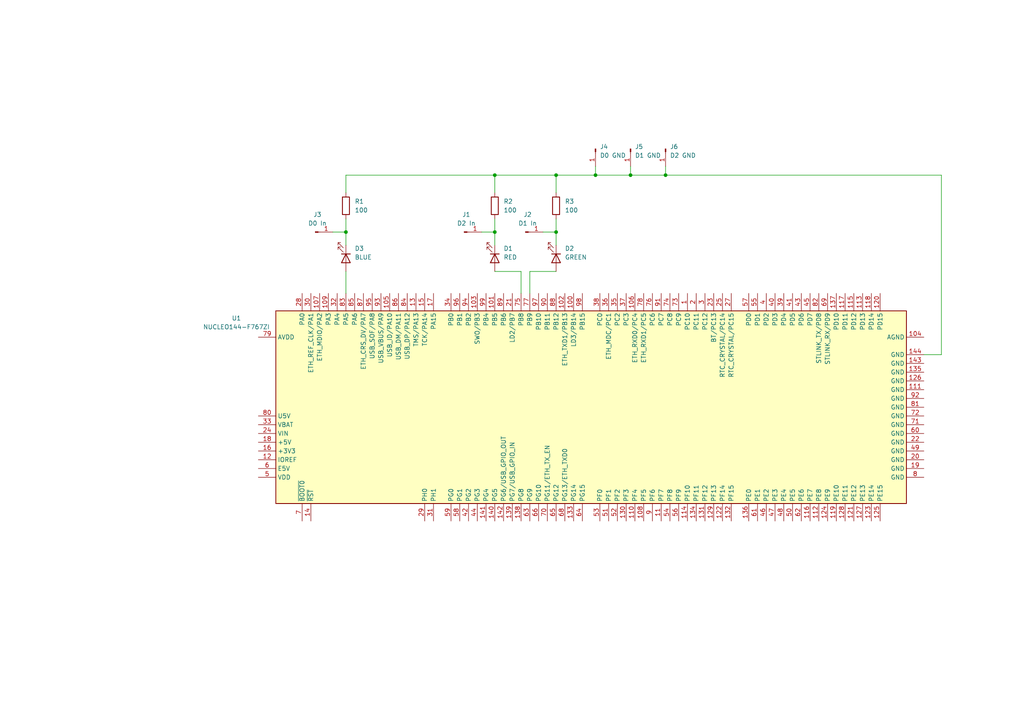
<source format=kicad_sch>
(kicad_sch (version 20231120) (generator "eeschema") (generator_version "8.0")
  (paper "A4")
  (lib_symbols
    (symbol "Connector:Conn_01x01_Pin" (pin_names (offset 1.016) hide)
      (property "Reference" "J" (at 0 2.54 0))
      (property "Value" "Conn_01x01_Pin" (at 0 -2.54 0))
      (symbol "Conn_01x01_Pin_1_1"
        (polyline (pts (xy 1.27 0) (xy 0.8636 0)) (stroke (width 0.1524)))
        (rectangle (start 0.8636 0.127) (end 0 -0.127) (stroke (width 0.1524)) (fill (type outline)))
        (pin passive line (at 5.08 0 180) (length 3.81) (name "Pin_1") (number "1"))
      )
    )
    (symbol "Device:LED" (pin_numbers hide) (pin_names (offset 1.016) hide)
      (property "Reference" "D" (at 0 2.54 0))
      (property "Value" "LED" (at 0 -2.54 0))
      (symbol "LED_0_1"
        (polyline (pts (xy -1.27 -1.27) (xy -1.27 1.27)) (stroke (width 0.254)))
        (polyline (pts (xy -1.27 0) (xy 1.27 0)))
        (polyline (pts (xy 1.27 -1.27) (xy 1.27 1.27) (xy -1.27 0) (xy 1.27 -1.27)) (stroke (width 0.254)))
        (polyline (pts (xy -3.048 -0.762) (xy -4.572 -2.286) (xy -3.81 -2.286) (xy -4.572 -2.286) (xy -4.572 -1.524)))
        (polyline (pts (xy -1.778 -0.762) (xy -3.302 -2.286) (xy -2.54 -2.286) (xy -3.302 -2.286) (xy -3.302 -1.524)))
      )
      (symbol "LED_1_1"
        (pin passive line (at -3.81 0 0) (length 2.54) (name "K") (number "1"))
        (pin passive line (at 3.81 0 180) (length 2.54) (name "A") (number "2"))
      )
    )
    (symbol "Device:R" (pin_numbers hide) (pin_names (offset 0))
      (property "Reference" "R" (at 2.032 0 90))
      (property "Value" "R" (at 0 0 90))
      (symbol "R_0_1"
        (rectangle (start -1.016 -2.54) (end 1.016 2.54) (stroke (width 0.254)))
      )
      (symbol "R_1_1"
        (pin passive line (at 0 3.81 270) (length 1.27) (name "~") (number "1"))
        (pin passive line (at 0 -3.81 90) (length 1.27) (name "~") (number "2"))
      )
    )
    (symbol "MCU_Module:NUCLEO144-F767ZI"
      (property "Reference" "U" (at -22.86 94.615 0))
      (property "Value" "NUCLEO144-F767ZI" (at -22.86 92.71 0))
      (symbol "NUCLEO144-F767ZI_0_1"
        (rectangle (start -27.94 -91.44) (end 27.94 91.44) (stroke (width 0.254)) (fill (type background)))
      )
      (symbol "NUCLEO144-F767ZI_1_1"
        (pin bidirectional line (at 33.02 -27.94 180) (length 5.08) (name "PC10") (number "1"))
        (pin no_connect line (at -27.94 55.88 0) (length 5.08) hide (name "NC") (number "10"))
        (pin bidirectional line (at 33.02 5.08 180) (length 5.08) (name "LD3/PB14") (number "100"))
        (pin bidirectional line (at 33.02 27.94 180) (length 5.08) (name "PB5") (number "101"))
        (pin bidirectional line (at 33.02 7.62 180) (length 5.08) (name "ETH_TXD1/PB13") (number "102"))
        (pin bidirectional line (at 33.02 33.02 180) (length 5.08) (name "SWO/PB3") (number "103"))
        (pin power_in line (at 20.32 -96.52 90) (length 5.08) (name "AGND") (number "104"))
        (pin bidirectional line (at 33.02 58.42 180) (length 5.08) (name "USB_ID/PA10") (number "105"))
        (pin bidirectional line (at 33.02 -12.7 180) (length 5.08) (name "ETH_RXD0/PC4") (number "106"))
        (pin bidirectional line (at 33.02 78.74 180) (length 5.08) (name "ETH_MDIO/PA2") (number "107"))
        (pin bidirectional line (at -33.02 -15.24 0) (length 5.08) (name "PF5") (number "108"))
        (pin bidirectional line (at 33.02 76.2 180) (length 5.08) (name "PA3") (number "109"))
        (pin bidirectional line (at -33.02 -20.32 0) (length 5.08) (name "PF7") (number "11"))
        (pin bidirectional line (at -33.02 -12.7 0) (length 5.08) (name "PF4") (number "110"))
        (pin power_in line (at 5.08 -96.52 90) (length 5.08) (name "GND") (number "111"))
        (pin bidirectional line (at -33.02 -66.04 0) (length 5.08) (name "PE8") (number "112"))
        (pin bidirectional line (at 33.02 -78.74 180) (length 5.08) (name "PD13") (number "113"))
        (pin bidirectional line (at -33.02 -27.94 0) (length 5.08) (name "PF10") (number "114"))
        (pin bidirectional line (at 33.02 -76.2 180) (length 5.08) (name "PD12") (number "115"))
        (pin bidirectional line (at -33.02 -63.5 0) (length 5.08) (name "PE7") (number "116"))
        (pin bidirectional line (at 33.02 -73.66 180) (length 5.08) (name "PD11") (number "117"))
        (pin bidirectional line (at 33.02 -81.28 180) (length 5.08) (name "PD14") (number "118"))
        (pin bidirectional line (at -33.02 -71.12 0) (length 5.08) (name "PE10") (number "119"))
        (pin power_in line (at -15.24 96.52 270) (length 5.08) (name "IOREF") (number "12"))
        (pin bidirectional line (at 33.02 -83.82 180) (length 5.08) (name "PD15") (number "120"))
        (pin bidirectional line (at -33.02 -76.2 0) (length 5.08) (name "PE12") (number "121"))
        (pin bidirectional line (at -33.02 -38.1 0) (length 5.08) (name "PF14") (number "122"))
        (pin bidirectional line (at -33.02 -81.28 0) (length 5.08) (name "PE14") (number "123"))
        (pin bidirectional line (at -33.02 -68.58 0) (length 5.08) (name "PE9") (number "124"))
        (pin bidirectional line (at -33.02 -83.82 0) (length 5.08) (name "PE15") (number "125"))
        (pin power_in line (at 7.62 -96.52 90) (length 5.08) (name "GND") (number "126"))
        (pin bidirectional line (at -33.02 -78.74 0) (length 5.08) (name "PE13") (number "127"))
        (pin bidirectional line (at -33.02 -73.66 0) (length 5.08) (name "PE11") (number "128"))
        (pin bidirectional line (at -33.02 -35.56 0) (length 5.08) (name "PF13") (number "129"))
        (pin bidirectional line (at 33.02 50.8 180) (length 5.08) (name "TMS/PA13") (number "13"))
        (pin bidirectional line (at -33.02 -10.16 0) (length 5.08) (name "PF3") (number "130"))
        (pin bidirectional line (at -33.02 -33.02 0) (length 5.08) (name "PF12") (number "131"))
        (pin bidirectional line (at -33.02 -40.64 0) (length 5.08) (name "PF15") (number "132"))
        (pin bidirectional line (at -33.02 5.08 0) (length 5.08) (name "PG14") (number "133"))
        (pin bidirectional line (at -33.02 -30.48 0) (length 5.08) (name "PF11") (number "134"))
        (pin power_in line (at 10.16 -96.52 90) (length 5.08) (name "GND") (number "135"))
        (pin bidirectional line (at -33.02 -45.72 0) (length 5.08) (name "PE0") (number "136"))
        (pin bidirectional line (at 33.02 -71.12 180) (length 5.08) (name "PD10") (number "137"))
        (pin bidirectional line (at -33.02 20.32 0) (length 5.08) (name "PG8") (number "138"))
        (pin bidirectional line (at -33.02 22.86 0) (length 5.08) (name "PG7/USB_GPIO_IN") (number "139"))
        (pin input line (at -33.02 81.28 0) (length 5.08) (name "~{RST}") (number "14"))
        (pin bidirectional line (at -33.02 27.94 0) (length 5.08) (name "PG5") (number "140"))
        (pin bidirectional line (at -33.02 30.48 0) (length 5.08) (name "PG4") (number "141"))
        (pin bidirectional line (at -33.02 25.4 0) (length 5.08) (name "PG6/USB_GPIO_OUT") (number "142"))
        (pin power_in line (at 12.7 -96.52 90) (length 5.08) (name "GND") (number "143"))
        (pin power_in line (at 15.24 -96.52 90) (length 5.08) (name "GND") (number "144"))
        (pin bidirectional line (at 33.02 48.26 180) (length 5.08) (name "TCK/PA14") (number "15"))
        (pin power_in line (at -12.7 96.52 270) (length 5.08) (name "+3V3") (number "16"))
        (pin bidirectional line (at 33.02 45.72 180) (length 5.08) (name "PA15") (number "17"))
        (pin power_in line (at -10.16 96.52 270) (length 5.08) (name "+5V") (number "18"))
        (pin power_in line (at -17.78 -96.52 90) (length 5.08) (name "GND") (number "19"))
        (pin bidirectional line (at 33.02 -30.48 180) (length 5.08) (name "PC11") (number "2"))
        (pin power_in line (at -15.24 -96.52 90) (length 5.08) (name "GND") (number "20"))
        (pin bidirectional line (at 33.02 22.86 180) (length 5.08) (name "LD2/PB7") (number "21"))
        (pin power_in line (at -10.16 -96.52 90) (length 5.08) (name "GND") (number "22"))
        (pin bidirectional line (at 33.02 -35.56 180) (length 5.08) (name "BT/PC13") (number "23"))
        (pin power_in line (at -7.62 96.52 270) (length 5.08) (name "VIN") (number "24"))
        (pin bidirectional line (at 33.02 -38.1 180) (length 5.08) (name "RTC_CRYSTAL/PC14") (number "25"))
        (pin no_connect line (at -27.94 58.42 0) (length 5.08) hide (name "NC") (number "26"))
        (pin bidirectional line (at 33.02 -40.64 180) (length 5.08) (name "RTC_CRYSTAL/PC15") (number "27"))
        (pin bidirectional line (at 33.02 83.82 180) (length 5.08) (name "PA0") (number "28"))
        (pin bidirectional line (at -33.02 48.26 0) (length 5.08) (name "PH0") (number "29"))
        (pin bidirectional line (at 33.02 -33.02 180) (length 5.08) (name "PC12") (number "3"))
        (pin bidirectional line (at 33.02 81.28 180) (length 5.08) (name "ETH_REF_CLK/PA1") (number "30"))
        (pin bidirectional line (at -33.02 45.72 0) (length 5.08) (name "PH1") (number "31"))
        (pin bidirectional line (at 33.02 73.66 180) (length 5.08) (name "PA4") (number "32"))
        (pin power_in line (at -5.08 96.52 270) (length 5.08) (name "VBAT") (number "33"))
        (pin bidirectional line (at 33.02 40.64 180) (length 5.08) (name "PB0") (number "34"))
        (pin bidirectional line (at 33.02 -7.62 180) (length 5.08) (name "PC2") (number "35"))
        (pin bidirectional line (at 33.02 -5.08 180) (length 5.08) (name "ETH_MDC/PC1") (number "36"))
        (pin bidirectional line (at 33.02 -10.16 180) (length 5.08) (name "PC3") (number "37"))
        (pin bidirectional line (at 33.02 -2.54 180) (length 5.08) (name "PC0") (number "38"))
        (pin bidirectional line (at 33.02 -55.88 180) (length 5.08) (name "PD4") (number "39"))
        (pin bidirectional line (at 33.02 -50.8 180) (length 5.08) (name "PD2") (number "4"))
        (pin bidirectional line (at 33.02 -53.34 180) (length 5.08) (name "PD3") (number "40"))
        (pin bidirectional line (at 33.02 -58.42 180) (length 5.08) (name "PD5") (number "41"))
        (pin bidirectional line (at -33.02 35.56 0) (length 5.08) (name "PG2") (number "42"))
        (pin bidirectional line (at 33.02 -60.96 180) (length 5.08) (name "PD6") (number "43"))
        (pin bidirectional line (at -33.02 33.02 0) (length 5.08) (name "PG3") (number "44"))
        (pin bidirectional line (at 33.02 -63.5 180) (length 5.08) (name "PD7") (number "45"))
        (pin bidirectional line (at -33.02 -50.8 0) (length 5.08) (name "PE2") (number "46"))
        (pin bidirectional line (at -33.02 -53.34 0) (length 5.08) (name "PE3") (number "47"))
        (pin bidirectional line (at -33.02 -55.88 0) (length 5.08) (name "PE4") (number "48"))
        (pin power_in line (at -12.7 -96.52 90) (length 5.08) (name "GND") (number "49"))
        (pin power_in line (at -20.32 96.52 270) (length 5.08) (name "VDD") (number "5"))
        (pin bidirectional line (at -33.02 -58.42 0) (length 5.08) (name "PE5") (number "50"))
        (pin bidirectional line (at -33.02 -5.08 0) (length 5.08) (name "PF1") (number "51"))
        (pin bidirectional line (at -33.02 -7.62 0) (length 5.08) (name "PF2") (number "52"))
        (pin bidirectional line (at -33.02 -2.54 0) (length 5.08) (name "PF0") (number "53"))
        (pin bidirectional line (at -33.02 -22.86 0) (length 5.08) (name "PF8") (number "54"))
        (pin bidirectional line (at 33.02 -48.26 180) (length 5.08) (name "PD1") (number "55"))
        (pin bidirectional line (at -33.02 -25.4 0) (length 5.08) (name "PF9") (number "56"))
        (pin bidirectional line (at 33.02 -45.72 180) (length 5.08) (name "PD0") (number "57"))
        (pin bidirectional line (at -33.02 38.1 0) (length 5.08) (name "PG1") (number "58"))
        (pin bidirectional line (at -33.02 40.64 0) (length 5.08) (name "PG0") (number "59"))
        (pin power_in line (at -17.78 96.52 270) (length 5.08) (name "E5V") (number "6"))
        (pin power_in line (at -7.62 -96.52 90) (length 5.08) (name "GND") (number "60"))
        (pin bidirectional line (at -33.02 -48.26 0) (length 5.08) (name "PE1") (number "61"))
        (pin bidirectional line (at -33.02 -60.96 0) (length 5.08) (name "PE6") (number "62"))
        (pin bidirectional line (at -33.02 17.78 0) (length 5.08) (name "PG9") (number "63"))
        (pin bidirectional line (at -33.02 2.54 0) (length 5.08) (name "PG15") (number "64"))
        (pin bidirectional line (at -33.02 10.16 0) (length 5.08) (name "PG12") (number "65"))
        (pin bidirectional line (at -33.02 15.24 0) (length 5.08) (name "PG10") (number "66"))
        (pin no_connect line (at -27.94 53.34 0) (length 5.08) hide (name "NC") (number "67"))
        (pin bidirectional line (at -33.02 7.62 0) (length 5.08) (name "PG13/ETH_TXD0") (number "68"))
        (pin bidirectional line (at 33.02 -68.58 180) (length 5.08) (name "STLINK_RX/PD9") (number "69"))
        (pin input line (at -33.02 83.82 0) (length 5.08) (name "~{BOOT0}") (number "7"))
        (pin bidirectional line (at -33.02 12.7 0) (length 5.08) (name "PG11/ETH_TX_EN") (number "70"))
        (pin power_in line (at -5.08 -96.52 90) (length 5.08) (name "GND") (number "71"))
        (pin power_in line (at -2.54 -96.52 90) (length 5.08) (name "GND") (number "72"))
        (pin bidirectional line (at 33.02 -25.4 180) (length 5.08) (name "PC9") (number "73"))
        (pin bidirectional line (at 33.02 -22.86 180) (length 5.08) (name "PC8") (number "74"))
        (pin bidirectional line (at 33.02 20.32 180) (length 5.08) (name "PB8") (number "75"))
        (pin bidirectional line (at 33.02 -17.78 180) (length 5.08) (name "PC6") (number "76"))
        (pin bidirectional line (at 33.02 17.78 180) (length 5.08) (name "PB9") (number "77"))
        (pin bidirectional line (at 33.02 -15.24 180) (length 5.08) (name "ETH_RXD1/PC5") (number "78"))
        (pin power_in line (at 20.32 96.52 270) (length 5.08) (name "AVDD") (number "79"))
        (pin power_in line (at -20.32 -96.52 90) (length 5.08) (name "GND") (number "8"))
        (pin power_in line (at -2.54 96.52 270) (length 5.08) (name "U5V") (number "80"))
        (pin power_in line (at 0 -96.52 90) (length 5.08) (name "GND") (number "81"))
        (pin bidirectional line (at 33.02 -66.04 180) (length 5.08) (name "STLINK_TX/PD8") (number "82"))
        (pin bidirectional line (at 33.02 71.12 180) (length 5.08) (name "PA5") (number "83"))
        (pin bidirectional line (at 33.02 53.34 180) (length 5.08) (name "USB_DP/PA12") (number "84"))
        (pin bidirectional line (at 33.02 68.58 180) (length 5.08) (name "PA6") (number "85"))
        (pin bidirectional line (at 33.02 55.88 180) (length 5.08) (name "USB_DM/PA11") (number "86"))
        (pin bidirectional line (at 33.02 66.04 180) (length 5.08) (name "ETH_CRS_DV/PA7") (number "87"))
        (pin bidirectional line (at 33.02 10.16 180) (length 5.08) (name "PB12") (number "88"))
        (pin bidirectional line (at 33.02 25.4 180) (length 5.08) (name "PB6") (number "89"))
        (pin bidirectional line (at -33.02 -17.78 0) (length 5.08) (name "PF6") (number "9"))
        (pin bidirectional line (at 33.02 12.7 180) (length 5.08) (name "PB11") (number "90"))
        (pin bidirectional line (at 33.02 -20.32 180) (length 5.08) (name "PC7") (number "91"))
        (pin power_in line (at 2.54 -96.52 90) (length 5.08) (name "GND") (number "92"))
        (pin bidirectional line (at 33.02 60.96 180) (length 5.08) (name "USB_VBUS/PA9") (number "93"))
        (pin bidirectional line (at 33.02 35.56 180) (length 5.08) (name "PB2") (number "94"))
        (pin bidirectional line (at 33.02 63.5 180) (length 5.08) (name "USB_SOF/PA8") (number "95"))
        (pin bidirectional line (at 33.02 38.1 180) (length 5.08) (name "PB1") (number "96"))
        (pin bidirectional line (at 33.02 15.24 180) (length 5.08) (name "PB10") (number "97"))
        (pin bidirectional line (at 33.02 2.54 180) (length 5.08) (name "PB15") (number "98"))
        (pin bidirectional line (at 33.02 30.48 180) (length 5.08) (name "PB4") (number "99"))
      )
    )
  )
  (junction (at 182.88 50.8))
  (junction (at 161.29 50.8))
  (junction (at 172.72 50.8))
  (junction (at 161.29 67.31))
  (junction (at 143.51 67.31))
  (junction (at 100.33 67.31))
  (junction (at 143.51 50.8))
  (junction (at 193.04 50.8))
  (wire (pts (xy 143.51 67.31) (xy 143.51 71.12)))
  (wire (pts (xy 273.05 102.87) (xy 267.97 102.87)))
  (wire (pts (xy 100.33 55.88) (xy 100.33 50.8)))
  (wire (pts (xy 143.51 63.5) (xy 143.51 67.31)))
  (wire (pts (xy 182.88 48.26) (xy 182.88 50.8)))
  (wire (pts (xy 161.29 67.31) (xy 161.29 71.12)))
  (wire (pts (xy 100.33 63.5) (xy 100.33 67.31)))
  (wire (pts (xy 153.67 85.09) (xy 153.67 78.74)))
  (wire (pts (xy 153.67 78.74) (xy 161.29 78.74)))
  (wire (pts (xy 100.33 67.31) (xy 100.33 71.12)))
  (wire (pts (xy 193.04 48.26) (xy 193.04 50.8)))
  (wire (pts (xy 139.7 67.31) (xy 143.51 67.31)))
  (wire (pts (xy 182.88 50.8) (xy 193.04 50.8)))
  (wire (pts (xy 157.48 67.31) (xy 161.29 67.31)))
  (wire (pts (xy 96.52 67.31) (xy 100.33 67.31)))
  (wire (pts (xy 151.13 78.74) (xy 143.51 78.74)))
  (wire (pts (xy 100.33 78.74) (xy 100.33 85.09)))
  (wire (pts (xy 100.33 50.8) (xy 143.51 50.8)))
  (wire (pts (xy 161.29 63.5) (xy 161.29 67.31)))
  (wire (pts (xy 172.72 50.8) (xy 182.88 50.8)))
  (wire (pts (xy 151.13 85.09) (xy 151.13 78.74)))
  (wire (pts (xy 193.04 50.8) (xy 273.05 50.8)))
  (wire (pts (xy 143.51 50.8) (xy 143.51 55.88)))
  (wire (pts (xy 143.51 50.8) (xy 161.29 50.8)))
  (wire (pts (xy 172.72 48.26) (xy 172.72 50.8)))
  (wire (pts (xy 161.29 50.8) (xy 161.29 55.88)))
  (wire (pts (xy 273.05 50.8) (xy 273.05 102.87)))
  (wire (pts (xy 161.29 50.8) (xy 172.72 50.8)))
  (symbol (lib_id "Device:LED") (at 161.29 74.93 270) (unit 1)
    (property "Reference" "D2" (at 163.83 72.0724 90) (effects (justify left)))
    (property "Value" "GREEN" (at 163.83 74.6124 90) (effects (justify left)))
    (property "Description" "Light emitting diode" (effects (hide yes)))
  )
  (symbol (lib_id "Device:R") (at 161.29 59.69 0) (unit 1)
    (property "Reference" "R3" (at 163.83 58.4199 0) (effects (justify left)))
    (property "Value" "100" (at 163.83 60.9599 0) (effects (justify left)))
    (property "Description" "Resistor" (effects (hide yes)))
  )
  (symbol (lib_id "Connector:Conn_01x01_Pin") (at 193.04 43.18 270) (unit 1)
    (property "Reference" "J6" (at 194.31 42.5449 90) (effects (justify left)))
    (property "Value" "D2 GND" (at 194.31 45.0849 90) (effects (justify left)))
    (property "Description" "Generic connector, single row, 01x01, script generated" (effects (hide yes)))
  )
  (symbol (lib_id "Connector:Conn_01x01_Pin") (at 182.88 43.18 270) (unit 1)
    (property "Reference" "J5" (at 184.15 42.5449 90) (effects (justify left)))
    (property "Value" "D1 GND" (at 184.15 45.0849 90) (effects (justify left)))
    (property "Description" "Generic connector, single row, 01x01, script generated" (effects (hide yes)))
  )
  (symbol (lib_id "Connector:Conn_01x01_Pin") (at 91.44 67.31 0) (unit 1)
    (property "Reference" "J3" (at 92.075 62.23 0))
    (property "Value" "D0 In" (at 92.075 64.77 0))
    (property "Description" "Generic connector, single row, 01x01, script generated" (effects (hide yes)))
  )
  (symbol (lib_id "Connector:Conn_01x01_Pin") (at 134.62 67.31 0) (unit 1)
    (property "Reference" "J1" (at 135.255 62.23 0))
    (property "Value" "D2 In" (at 135.255 64.77 0))
    (property "Description" "Generic connector, single row, 01x01, script generated" (effects (hide yes)))
  )
  (symbol (lib_id "Connector:Conn_01x01_Pin") (at 152.4 67.31 0) (unit 1)
    (property "Reference" "J2" (at 153.035 62.23 0))
    (property "Value" "D1 In" (at 153.035 64.77 0))
    (property "Description" "Generic connector, single row, 01x01, script generated" (effects (hide yes)))
  )
  (symbol (lib_id "Device:R") (at 100.33 59.69 180) (unit 1)
    (property "Reference" "R1" (at 102.87 58.4199 0) (effects (justify right)))
    (property "Value" "100" (at 102.87 60.9599 0) (effects (justify right)))
    (property "Description" "Resistor" (effects (hide yes)))
  )
  (symbol (lib_id "Connector:Conn_01x01_Pin") (at 172.72 43.18 270) (unit 1)
    (property "Reference" "J4" (at 173.99 42.5449 90) (effects (justify left)))
    (property "Value" "D0 GND" (at 173.99 45.0849 90) (effects (justify left)))
    (property "Description" "Generic connector, single row, 01x01, script generated" (effects (hide yes)))
  )
  (symbol (lib_id "Device:R") (at 143.51 59.69 180) (unit 1)
    (property "Reference" "R2" (at 146.05 58.4199 0) (effects (justify right)))
    (property "Value" "100" (at 146.05 60.9599 0) (effects (justify right)))
    (property "Description" "Resistor" (effects (hide yes)))
  )
  (symbol (lib_id "Device:LED") (at 100.33 74.93 270) (unit 1)
    (property "Reference" "D3" (at 102.87 72.0724 90) (effects (justify left)))
    (property "Value" "BLUE" (at 102.87 74.6124 90) (effects (justify left)))
    (property "Description" "Light emitting diode" (effects (hide yes)))
  )
  (symbol (lib_id "MCU_Module:NUCLEO144-F767ZI") (at 171.45 118.11 90) (unit 1)
    (property "Reference" "U1" (at 68.58 92.2938 90))
    (property "Value" "NUCLEO144-F767ZI" (at 68.58 94.8338 90))
    (property "Footprint" "Module:ST_Morpho_Connector_144_STLink" (effects (hide yes)))
    (property "Datasheet" "https://www.st.com/resource/en/user_manual/dm00244518-stm32-nucleo144-boards-stmicroelectronics.pdf" (effects (hide yes)))
    (property "Description" "Nucleo 144 Development Board with STM32F767ZIT6 MCU, 512kB RAM, 2Mb FLASH" (effects (hide yes)))
  )
  (symbol (lib_id "Device:LED") (at 143.51 74.93 270) (unit 1)
    (property "Reference" "D1" (at 146.05 72.0724 90) (effects (justify left)))
    (property "Value" "RED" (at 146.05 74.6124 90) (effects (justify left)))
    (property "Description" "Light emitting diode" (effects (hide yes)))
  )
)
</source>
